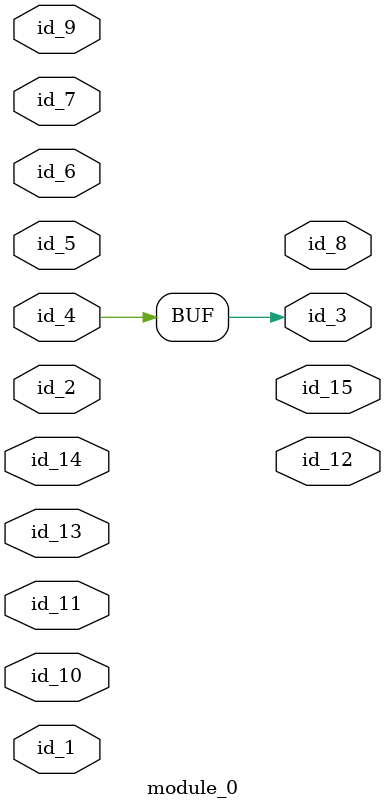
<source format=v>
module module_0 (
    id_1,
    id_2,
    id_3,
    id_4,
    id_5,
    id_6,
    id_7,
    id_8,
    id_9,
    id_10,
    id_11,
    id_12,
    id_13,
    id_14,
    id_15
);
  output id_15;
  input id_14;
  inout id_13;
  output id_12;
  input id_11;
  input id_10;
  input id_9;
  output id_8;
  input id_7;
  inout id_6;
  input id_5;
  inout id_4;
  output id_3;
  input id_2;
  input id_1;
  assign id_3 = id_4;
endmodule

</source>
